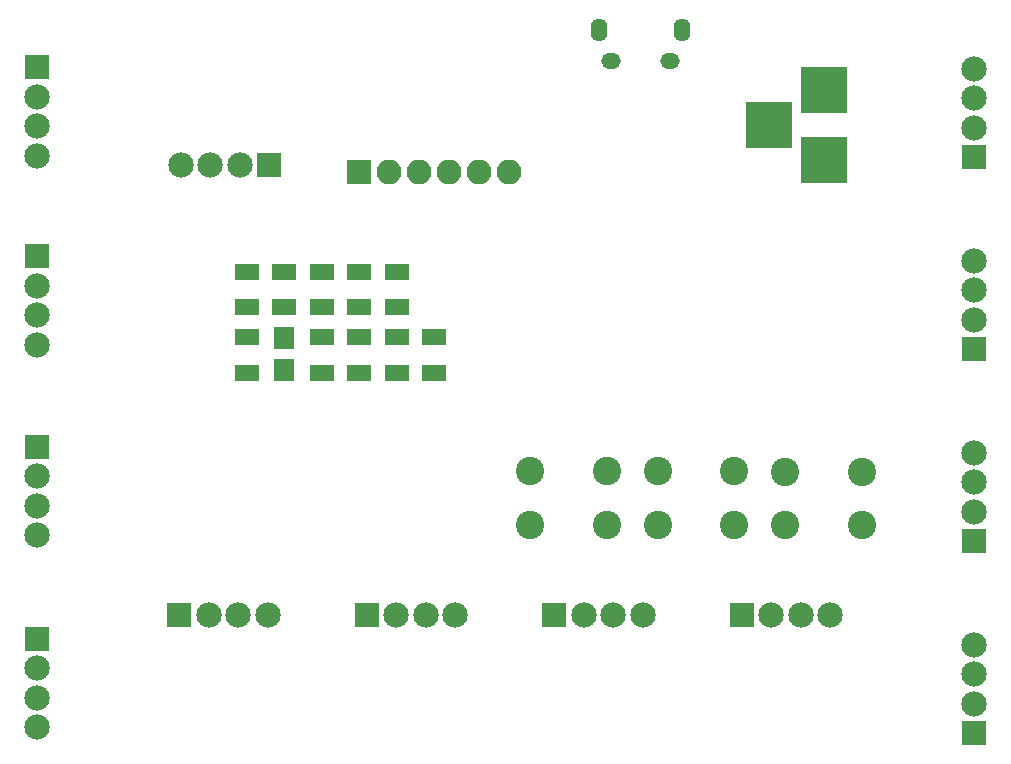
<source format=gbr>
G04 #@! TF.FileFunction,Soldermask,Bot*
%FSLAX46Y46*%
G04 Gerber Fmt 4.6, Leading zero omitted, Abs format (unit mm)*
G04 Created by KiCad (PCBNEW 4.0.7) date Thu Oct  5 08:26:23 2017*
%MOMM*%
%LPD*%
G01*
G04 APERTURE LIST*
%ADD10C,0.100000*%
%ADD11C,2.400000*%
%ADD12R,2.150000X2.150000*%
%ADD13C,2.150000*%
%ADD14O,1.650000X1.350000*%
%ADD15O,1.400000X1.950000*%
%ADD16R,1.700000X1.900000*%
%ADD17R,3.900000X3.900000*%
%ADD18R,2.100000X2.100000*%
%ADD19O,2.100000X2.100000*%
%ADD20R,2.000000X1.400000*%
G04 APERTURE END LIST*
D10*
D11*
X163045000Y-113030000D03*
X163045000Y-108530000D03*
X169545000Y-113030000D03*
X169545000Y-108530000D03*
X152250000Y-113030000D03*
X152250000Y-108530000D03*
X158750000Y-113030000D03*
X158750000Y-108530000D03*
D12*
X110490000Y-90297000D03*
D13*
X110490000Y-92797000D03*
X110490000Y-95297000D03*
X110490000Y-97797000D03*
D12*
X110490000Y-106419000D03*
D13*
X110490000Y-108919000D03*
X110490000Y-111419000D03*
X110490000Y-113919000D03*
D12*
X189865000Y-81915000D03*
D13*
X189865000Y-79415000D03*
X189865000Y-76915000D03*
X189865000Y-74415000D03*
D12*
X189865000Y-98171000D03*
D13*
X189865000Y-95671000D03*
X189865000Y-93171000D03*
X189865000Y-90671000D03*
D12*
X189865000Y-114427000D03*
D13*
X189865000Y-111927000D03*
X189865000Y-109427000D03*
X189865000Y-106927000D03*
D12*
X189865000Y-130683000D03*
D13*
X189865000Y-128183000D03*
X189865000Y-125683000D03*
X189865000Y-123183000D03*
D12*
X122555000Y-120650000D03*
D13*
X125055000Y-120650000D03*
X127555000Y-120650000D03*
X130055000Y-120650000D03*
D12*
X138430000Y-120650000D03*
D13*
X140930000Y-120650000D03*
X143430000Y-120650000D03*
X145930000Y-120650000D03*
D12*
X154305000Y-120650000D03*
D13*
X156805000Y-120650000D03*
X159305000Y-120650000D03*
X161805000Y-120650000D03*
D12*
X170180000Y-120650000D03*
D13*
X172680000Y-120650000D03*
X175180000Y-120650000D03*
X177680000Y-120650000D03*
D12*
X110490000Y-74295000D03*
D13*
X110490000Y-76795000D03*
X110490000Y-79295000D03*
X110490000Y-81795000D03*
D12*
X110490000Y-122675000D03*
D13*
X110490000Y-125175000D03*
X110490000Y-127675000D03*
X110490000Y-130175000D03*
D14*
X164100000Y-73820000D03*
X159100000Y-73820000D03*
D15*
X165100000Y-71120000D03*
X158100000Y-71120000D03*
D11*
X173840000Y-113085000D03*
X173840000Y-108585000D03*
X180340000Y-113085000D03*
X180340000Y-108585000D03*
D12*
X130175000Y-82550000D03*
D13*
X127675000Y-82550000D03*
X125175000Y-82550000D03*
X122675000Y-82550000D03*
D16*
X131445000Y-97255000D03*
X131445000Y-99955000D03*
D17*
X177165000Y-82200000D03*
X177165000Y-76200000D03*
X172465000Y-79200000D03*
D18*
X137795000Y-83185000D03*
D19*
X140335000Y-83185000D03*
X142875000Y-83185000D03*
X145415000Y-83185000D03*
X147955000Y-83185000D03*
X150495000Y-83185000D03*
D20*
X137795000Y-100155000D03*
X137795000Y-97155000D03*
X137795000Y-91615000D03*
X137795000Y-94615000D03*
X140970000Y-100155000D03*
X140970000Y-97155000D03*
X134620000Y-100155000D03*
X134620000Y-97155000D03*
X144145000Y-100155000D03*
X144145000Y-97155000D03*
X128270000Y-97155000D03*
X128270000Y-100155000D03*
X128270000Y-94615000D03*
X128270000Y-91615000D03*
X131445000Y-91615000D03*
X131445000Y-94615000D03*
X140970000Y-91615000D03*
X140970000Y-94615000D03*
X134620000Y-91615000D03*
X134620000Y-94615000D03*
M02*

</source>
